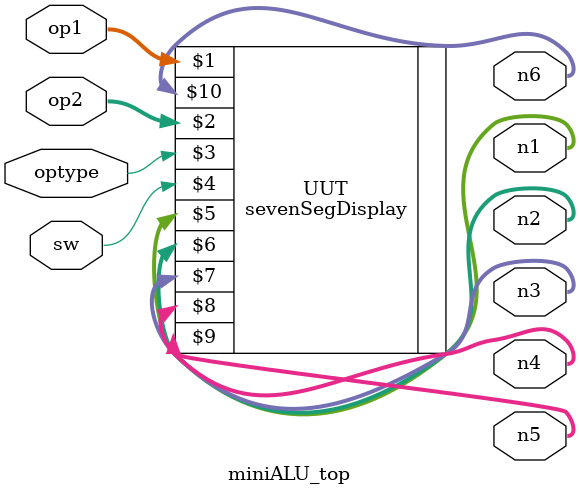
<source format=sv>

module miniALU_top(
	input [3:0] op1,
	input [3:0] op2,
	input optype,
	input sw,
	output [7:0] n1,
	output [7:0] n2,
	output [7:0] n3,
	output [7:0] n4,
	output [7:0] n5,
	output [7:0] n6

);

	sevenSegDisplay UUT(op1, op2, optype, sw, n1, n2, n3, n4, n5, n6);
	
	

endmodule
</source>
